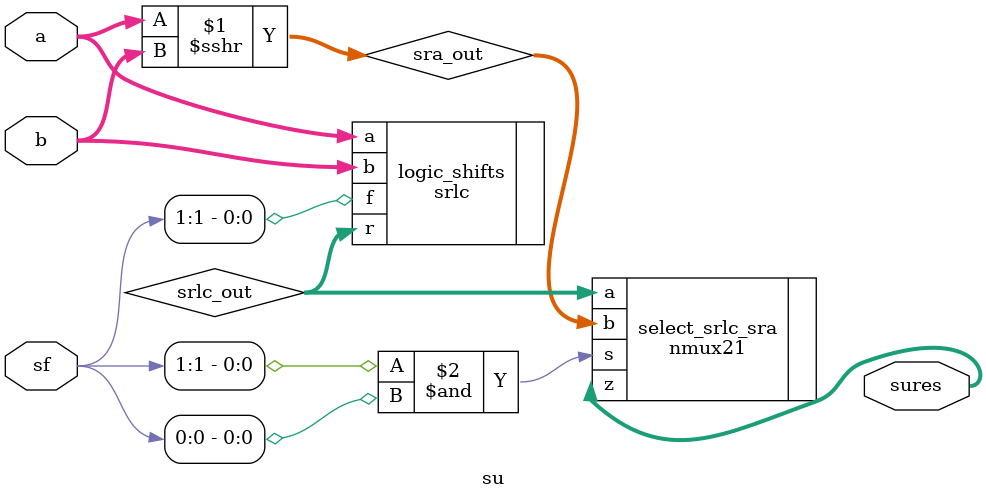
<source format=sv>
module su #(parameter N=32) (
    output logic [N-1:0] sures,
    input logic [N-1:0] a,
    input logic [$clog2(N)-1:0] b,
    input logic [1:0] sf
);

localparam K = $clog2(N);

logic [N-1:0] srlc_out;
srlc #(
    .N(N)
) logic_shifts (
    .r(srlc_out),
    .a(a),
    .b(b),
    .f(sf[1])
);

logic [N-1:0] sra_out;
assign sra_out = $signed(a) >>> b;

nmux21 #(
    .N(N)
) select_srlc_sra(
    .z(sures),
    .a(srlc_out),
    .b(sra_out),
    .s(sf[1]&sf[0])
);


endmodule

</source>
